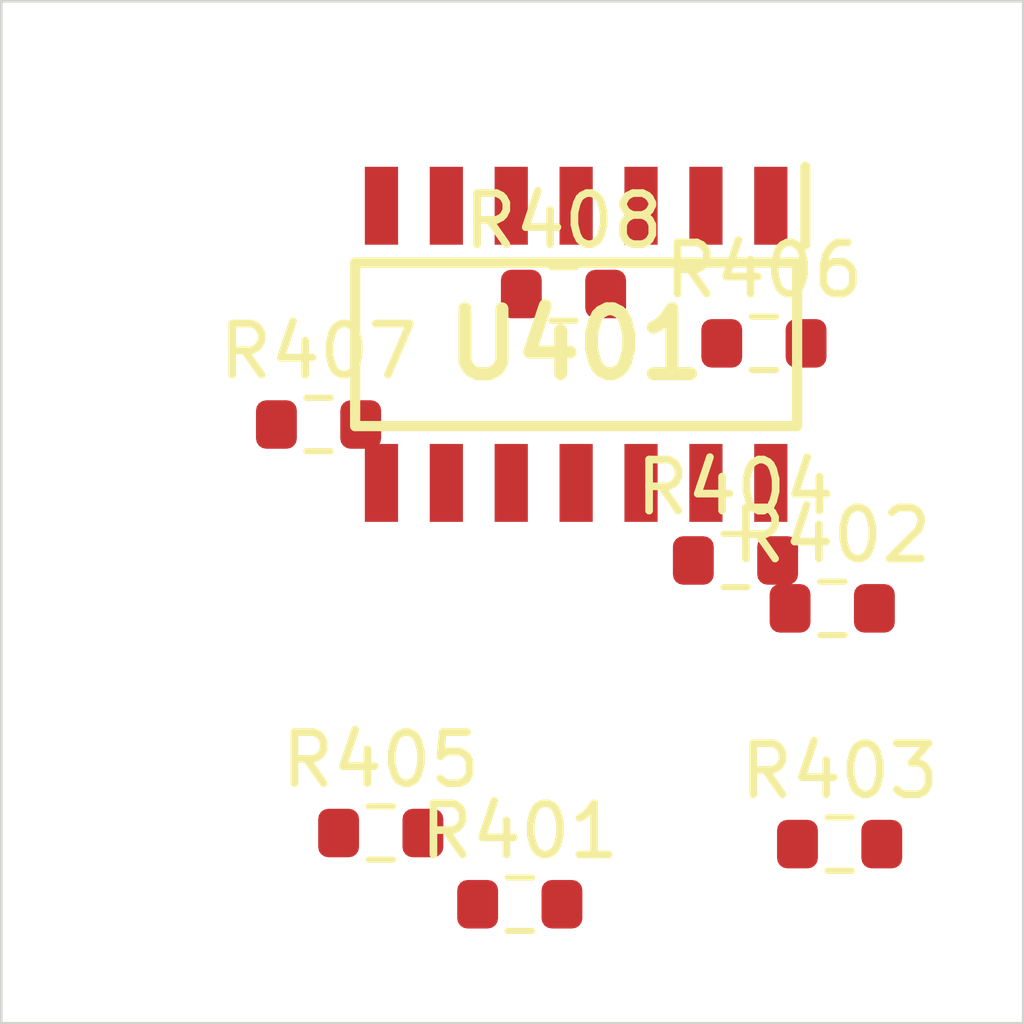
<source format=kicad_pcb>
 ( kicad_pcb  ( version 20171130 )
 ( host pcbnew 5.1.12-84ad8e8a86~92~ubuntu18.04.1 )
 ( general  ( thickness 1.6 )
 ( drawings 4 )
 ( tracks 0 )
 ( zones 0 )
 ( modules 9 )
 ( nets 14 )
)
 ( page A4 )
 ( layers  ( 0 F.Cu signal )
 ( 31 B.Cu signal )
 ( 32 B.Adhes user )
 ( 33 F.Adhes user )
 ( 34 B.Paste user )
 ( 35 F.Paste user )
 ( 36 B.SilkS user )
 ( 37 F.SilkS user )
 ( 38 B.Mask user )
 ( 39 F.Mask user )
 ( 40 Dwgs.User user )
 ( 41 Cmts.User user )
 ( 42 Eco1.User user )
 ( 43 Eco2.User user )
 ( 44 Edge.Cuts user )
 ( 45 Margin user )
 ( 46 B.CrtYd user )
 ( 47 F.CrtYd user )
 ( 48 B.Fab user )
 ( 49 F.Fab user )
)
 ( setup  ( last_trace_width 0.25 )
 ( trace_clearance 0.2 )
 ( zone_clearance 0.508 )
 ( zone_45_only no )
 ( trace_min 0.2 )
 ( via_size 0.8 )
 ( via_drill 0.4 )
 ( via_min_size 0.4 )
 ( via_min_drill 0.3 )
 ( uvia_size 0.3 )
 ( uvia_drill 0.1 )
 ( uvias_allowed no )
 ( uvia_min_size 0.2 )
 ( uvia_min_drill 0.1 )
 ( edge_width 0.05 )
 ( segment_width 0.2 )
 ( pcb_text_width 0.3 )
 ( pcb_text_size 1.5 1.5 )
 ( mod_edge_width 0.12 )
 ( mod_text_size 1 1 )
 ( mod_text_width 0.15 )
 ( pad_size 1.524 1.524 )
 ( pad_drill 0.762 )
 ( pad_to_mask_clearance 0 )
 ( aux_axis_origin 0 0 )
 ( visible_elements FFFFFF7F )
 ( pcbplotparams  ( layerselection 0x010fc_ffffffff )
 ( usegerberextensions false )
 ( usegerberattributes true )
 ( usegerberadvancedattributes true )
 ( creategerberjobfile true )
 ( excludeedgelayer true )
 ( linewidth 0.100000 )
 ( plotframeref false )
 ( viasonmask false )
 ( mode 1 )
 ( useauxorigin false )
 ( hpglpennumber 1 )
 ( hpglpenspeed 20 )
 ( hpglpendiameter 15.000000 )
 ( psnegative false )
 ( psa4output false )
 ( plotreference true )
 ( plotvalue true )
 ( plotinvisibletext false )
 ( padsonsilk false )
 ( subtractmaskfromsilk false )
 ( outputformat 1 )
 ( mirror false )
 ( drillshape 1 )
 ( scaleselection 1 )
 ( outputdirectory "" )
)
)
 ( net 0 "" )
 ( net 1 /Sheet6235D886/vp )
 ( net 2 /Sheet6248AD22/chn0 )
 ( net 3 /Sheet6248AD22/chn1 )
 ( net 4 /Sheet6248AD22/chn2 )
 ( net 5 /Sheet6248AD22/chn3 )
 ( net 6 "Net-(R401-Pad2)" )
 ( net 7 "Net-(R402-Pad2)" )
 ( net 8 "Net-(R403-Pad2)" )
 ( net 9 "Net-(R404-Pad2)" )
 ( net 10 /Sheet6248AD22/chn0_n )
 ( net 11 /Sheet6248AD22/chn1_n )
 ( net 12 /Sheet6248AD22/chn2_n )
 ( net 13 /Sheet6248AD22/chn3_n )
 ( net_class Default "This is the default net class."  ( clearance 0.2 )
 ( trace_width 0.25 )
 ( via_dia 0.8 )
 ( via_drill 0.4 )
 ( uvia_dia 0.3 )
 ( uvia_drill 0.1 )
 ( add_net /Sheet6235D886/vp )
 ( add_net /Sheet6248AD22/chn0 )
 ( add_net /Sheet6248AD22/chn0_n )
 ( add_net /Sheet6248AD22/chn1 )
 ( add_net /Sheet6248AD22/chn1_n )
 ( add_net /Sheet6248AD22/chn2 )
 ( add_net /Sheet6248AD22/chn2_n )
 ( add_net /Sheet6248AD22/chn3 )
 ( add_net /Sheet6248AD22/chn3_n )
 ( add_net "Net-(R401-Pad2)" )
 ( add_net "Net-(R402-Pad2)" )
 ( add_net "Net-(R403-Pad2)" )
 ( add_net "Net-(R404-Pad2)" )
)
 ( module Resistor_SMD:R_0603_1608Metric  ( layer F.Cu )
 ( tedit 5F68FEEE )
 ( tstamp 623425C8 )
 ( at 90.148000 117.672000 )
 ( descr "Resistor SMD 0603 (1608 Metric), square (rectangular) end terminal, IPC_7351 nominal, (Body size source: IPC-SM-782 page 72, https://www.pcb-3d.com/wordpress/wp-content/uploads/ipc-sm-782a_amendment_1_and_2.pdf), generated with kicad-footprint-generator" )
 ( tags resistor )
 ( path /6248AD23/6249ADFD )
 ( attr smd )
 ( fp_text reference R401  ( at 0 -1.43 )
 ( layer F.SilkS )
 ( effects  ( font  ( size 1 1 )
 ( thickness 0.15 )
)
)
)
 ( fp_text value 10M  ( at 0 1.43 )
 ( layer F.Fab )
 ( effects  ( font  ( size 1 1 )
 ( thickness 0.15 )
)
)
)
 ( fp_line  ( start -0.8 0.4125 )
 ( end -0.8 -0.4125 )
 ( layer F.Fab )
 ( width 0.1 )
)
 ( fp_line  ( start -0.8 -0.4125 )
 ( end 0.8 -0.4125 )
 ( layer F.Fab )
 ( width 0.1 )
)
 ( fp_line  ( start 0.8 -0.4125 )
 ( end 0.8 0.4125 )
 ( layer F.Fab )
 ( width 0.1 )
)
 ( fp_line  ( start 0.8 0.4125 )
 ( end -0.8 0.4125 )
 ( layer F.Fab )
 ( width 0.1 )
)
 ( fp_line  ( start -0.237258 -0.5225 )
 ( end 0.237258 -0.5225 )
 ( layer F.SilkS )
 ( width 0.12 )
)
 ( fp_line  ( start -0.237258 0.5225 )
 ( end 0.237258 0.5225 )
 ( layer F.SilkS )
 ( width 0.12 )
)
 ( fp_line  ( start -1.48 0.73 )
 ( end -1.48 -0.73 )
 ( layer F.CrtYd )
 ( width 0.05 )
)
 ( fp_line  ( start -1.48 -0.73 )
 ( end 1.48 -0.73 )
 ( layer F.CrtYd )
 ( width 0.05 )
)
 ( fp_line  ( start 1.48 -0.73 )
 ( end 1.48 0.73 )
 ( layer F.CrtYd )
 ( width 0.05 )
)
 ( fp_line  ( start 1.48 0.73 )
 ( end -1.48 0.73 )
 ( layer F.CrtYd )
 ( width 0.05 )
)
 ( fp_text user %R  ( at 0 0 )
 ( layer F.Fab )
 ( effects  ( font  ( size 0.4 0.4 )
 ( thickness 0.06 )
)
)
)
 ( pad 2 smd roundrect  ( at 0.825 0 )
 ( size 0.8 0.95 )
 ( layers F.Cu F.Mask F.Paste )
 ( roundrect_rratio 0.25 )
 ( net 6 "Net-(R401-Pad2)" )
)
 ( pad 1 smd roundrect  ( at -0.825 0 )
 ( size 0.8 0.95 )
 ( layers F.Cu F.Mask F.Paste )
 ( roundrect_rratio 0.25 )
 ( net 10 /Sheet6248AD22/chn0_n )
)
 ( model ${KISYS3DMOD}/Resistor_SMD.3dshapes/R_0603_1608Metric.wrl  ( at  ( xyz 0 0 0 )
)
 ( scale  ( xyz 1 1 1 )
)
 ( rotate  ( xyz 0 0 0 )
)
)
)
 ( module Resistor_SMD:R_0603_1608Metric  ( layer F.Cu )
 ( tedit 5F68FEEE )
 ( tstamp 623425D9 )
 ( at 96.262600 111.881000 )
 ( descr "Resistor SMD 0603 (1608 Metric), square (rectangular) end terminal, IPC_7351 nominal, (Body size source: IPC-SM-782 page 72, https://www.pcb-3d.com/wordpress/wp-content/uploads/ipc-sm-782a_amendment_1_and_2.pdf), generated with kicad-footprint-generator" )
 ( tags resistor )
 ( path /6248AD23/6249B75E )
 ( attr smd )
 ( fp_text reference R402  ( at 0 -1.43 )
 ( layer F.SilkS )
 ( effects  ( font  ( size 1 1 )
 ( thickness 0.15 )
)
)
)
 ( fp_text value 10M  ( at 0 1.43 )
 ( layer F.Fab )
 ( effects  ( font  ( size 1 1 )
 ( thickness 0.15 )
)
)
)
 ( fp_line  ( start 1.48 0.73 )
 ( end -1.48 0.73 )
 ( layer F.CrtYd )
 ( width 0.05 )
)
 ( fp_line  ( start 1.48 -0.73 )
 ( end 1.48 0.73 )
 ( layer F.CrtYd )
 ( width 0.05 )
)
 ( fp_line  ( start -1.48 -0.73 )
 ( end 1.48 -0.73 )
 ( layer F.CrtYd )
 ( width 0.05 )
)
 ( fp_line  ( start -1.48 0.73 )
 ( end -1.48 -0.73 )
 ( layer F.CrtYd )
 ( width 0.05 )
)
 ( fp_line  ( start -0.237258 0.5225 )
 ( end 0.237258 0.5225 )
 ( layer F.SilkS )
 ( width 0.12 )
)
 ( fp_line  ( start -0.237258 -0.5225 )
 ( end 0.237258 -0.5225 )
 ( layer F.SilkS )
 ( width 0.12 )
)
 ( fp_line  ( start 0.8 0.4125 )
 ( end -0.8 0.4125 )
 ( layer F.Fab )
 ( width 0.1 )
)
 ( fp_line  ( start 0.8 -0.4125 )
 ( end 0.8 0.4125 )
 ( layer F.Fab )
 ( width 0.1 )
)
 ( fp_line  ( start -0.8 -0.4125 )
 ( end 0.8 -0.4125 )
 ( layer F.Fab )
 ( width 0.1 )
)
 ( fp_line  ( start -0.8 0.4125 )
 ( end -0.8 -0.4125 )
 ( layer F.Fab )
 ( width 0.1 )
)
 ( fp_text user %R  ( at 0 0 )
 ( layer F.Fab )
 ( effects  ( font  ( size 0.4 0.4 )
 ( thickness 0.06 )
)
)
)
 ( pad 1 smd roundrect  ( at -0.825 0 )
 ( size 0.8 0.95 )
 ( layers F.Cu F.Mask F.Paste )
 ( roundrect_rratio 0.25 )
 ( net 11 /Sheet6248AD22/chn1_n )
)
 ( pad 2 smd roundrect  ( at 0.825 0 )
 ( size 0.8 0.95 )
 ( layers F.Cu F.Mask F.Paste )
 ( roundrect_rratio 0.25 )
 ( net 7 "Net-(R402-Pad2)" )
)
 ( model ${KISYS3DMOD}/Resistor_SMD.3dshapes/R_0603_1608Metric.wrl  ( at  ( xyz 0 0 0 )
)
 ( scale  ( xyz 1 1 1 )
)
 ( rotate  ( xyz 0 0 0 )
)
)
)
 ( module Resistor_SMD:R_0603_1608Metric  ( layer F.Cu )
 ( tedit 5F68FEEE )
 ( tstamp 623425EA )
 ( at 96.407200 116.495000 )
 ( descr "Resistor SMD 0603 (1608 Metric), square (rectangular) end terminal, IPC_7351 nominal, (Body size source: IPC-SM-782 page 72, https://www.pcb-3d.com/wordpress/wp-content/uploads/ipc-sm-782a_amendment_1_and_2.pdf), generated with kicad-footprint-generator" )
 ( tags resistor )
 ( path /6248AD23/6249FB7A )
 ( attr smd )
 ( fp_text reference R403  ( at 0 -1.43 )
 ( layer F.SilkS )
 ( effects  ( font  ( size 1 1 )
 ( thickness 0.15 )
)
)
)
 ( fp_text value 10M  ( at 0 1.43 )
 ( layer F.Fab )
 ( effects  ( font  ( size 1 1 )
 ( thickness 0.15 )
)
)
)
 ( fp_line  ( start 1.48 0.73 )
 ( end -1.48 0.73 )
 ( layer F.CrtYd )
 ( width 0.05 )
)
 ( fp_line  ( start 1.48 -0.73 )
 ( end 1.48 0.73 )
 ( layer F.CrtYd )
 ( width 0.05 )
)
 ( fp_line  ( start -1.48 -0.73 )
 ( end 1.48 -0.73 )
 ( layer F.CrtYd )
 ( width 0.05 )
)
 ( fp_line  ( start -1.48 0.73 )
 ( end -1.48 -0.73 )
 ( layer F.CrtYd )
 ( width 0.05 )
)
 ( fp_line  ( start -0.237258 0.5225 )
 ( end 0.237258 0.5225 )
 ( layer F.SilkS )
 ( width 0.12 )
)
 ( fp_line  ( start -0.237258 -0.5225 )
 ( end 0.237258 -0.5225 )
 ( layer F.SilkS )
 ( width 0.12 )
)
 ( fp_line  ( start 0.8 0.4125 )
 ( end -0.8 0.4125 )
 ( layer F.Fab )
 ( width 0.1 )
)
 ( fp_line  ( start 0.8 -0.4125 )
 ( end 0.8 0.4125 )
 ( layer F.Fab )
 ( width 0.1 )
)
 ( fp_line  ( start -0.8 -0.4125 )
 ( end 0.8 -0.4125 )
 ( layer F.Fab )
 ( width 0.1 )
)
 ( fp_line  ( start -0.8 0.4125 )
 ( end -0.8 -0.4125 )
 ( layer F.Fab )
 ( width 0.1 )
)
 ( fp_text user %R  ( at 0 0 )
 ( layer F.Fab )
 ( effects  ( font  ( size 0.4 0.4 )
 ( thickness 0.06 )
)
)
)
 ( pad 1 smd roundrect  ( at -0.825 0 )
 ( size 0.8 0.95 )
 ( layers F.Cu F.Mask F.Paste )
 ( roundrect_rratio 0.25 )
 ( net 12 /Sheet6248AD22/chn2_n )
)
 ( pad 2 smd roundrect  ( at 0.825 0 )
 ( size 0.8 0.95 )
 ( layers F.Cu F.Mask F.Paste )
 ( roundrect_rratio 0.25 )
 ( net 8 "Net-(R403-Pad2)" )
)
 ( model ${KISYS3DMOD}/Resistor_SMD.3dshapes/R_0603_1608Metric.wrl  ( at  ( xyz 0 0 0 )
)
 ( scale  ( xyz 1 1 1 )
)
 ( rotate  ( xyz 0 0 0 )
)
)
)
 ( module Resistor_SMD:R_0603_1608Metric  ( layer F.Cu )
 ( tedit 5F68FEEE )
 ( tstamp 623425FB )
 ( at 94.369200 110.944000 )
 ( descr "Resistor SMD 0603 (1608 Metric), square (rectangular) end terminal, IPC_7351 nominal, (Body size source: IPC-SM-782 page 72, https://www.pcb-3d.com/wordpress/wp-content/uploads/ipc-sm-782a_amendment_1_and_2.pdf), generated with kicad-footprint-generator" )
 ( tags resistor )
 ( path /6248AD23/6249FB74 )
 ( attr smd )
 ( fp_text reference R404  ( at 0 -1.43 )
 ( layer F.SilkS )
 ( effects  ( font  ( size 1 1 )
 ( thickness 0.15 )
)
)
)
 ( fp_text value 10M  ( at 0 1.43 )
 ( layer F.Fab )
 ( effects  ( font  ( size 1 1 )
 ( thickness 0.15 )
)
)
)
 ( fp_line  ( start -0.8 0.4125 )
 ( end -0.8 -0.4125 )
 ( layer F.Fab )
 ( width 0.1 )
)
 ( fp_line  ( start -0.8 -0.4125 )
 ( end 0.8 -0.4125 )
 ( layer F.Fab )
 ( width 0.1 )
)
 ( fp_line  ( start 0.8 -0.4125 )
 ( end 0.8 0.4125 )
 ( layer F.Fab )
 ( width 0.1 )
)
 ( fp_line  ( start 0.8 0.4125 )
 ( end -0.8 0.4125 )
 ( layer F.Fab )
 ( width 0.1 )
)
 ( fp_line  ( start -0.237258 -0.5225 )
 ( end 0.237258 -0.5225 )
 ( layer F.SilkS )
 ( width 0.12 )
)
 ( fp_line  ( start -0.237258 0.5225 )
 ( end 0.237258 0.5225 )
 ( layer F.SilkS )
 ( width 0.12 )
)
 ( fp_line  ( start -1.48 0.73 )
 ( end -1.48 -0.73 )
 ( layer F.CrtYd )
 ( width 0.05 )
)
 ( fp_line  ( start -1.48 -0.73 )
 ( end 1.48 -0.73 )
 ( layer F.CrtYd )
 ( width 0.05 )
)
 ( fp_line  ( start 1.48 -0.73 )
 ( end 1.48 0.73 )
 ( layer F.CrtYd )
 ( width 0.05 )
)
 ( fp_line  ( start 1.48 0.73 )
 ( end -1.48 0.73 )
 ( layer F.CrtYd )
 ( width 0.05 )
)
 ( fp_text user %R  ( at 0 0 )
 ( layer F.Fab )
 ( effects  ( font  ( size 0.4 0.4 )
 ( thickness 0.06 )
)
)
)
 ( pad 2 smd roundrect  ( at 0.825 0 )
 ( size 0.8 0.95 )
 ( layers F.Cu F.Mask F.Paste )
 ( roundrect_rratio 0.25 )
 ( net 9 "Net-(R404-Pad2)" )
)
 ( pad 1 smd roundrect  ( at -0.825 0 )
 ( size 0.8 0.95 )
 ( layers F.Cu F.Mask F.Paste )
 ( roundrect_rratio 0.25 )
 ( net 13 /Sheet6248AD22/chn3_n )
)
 ( model ${KISYS3DMOD}/Resistor_SMD.3dshapes/R_0603_1608Metric.wrl  ( at  ( xyz 0 0 0 )
)
 ( scale  ( xyz 1 1 1 )
)
 ( rotate  ( xyz 0 0 0 )
)
)
)
 ( module Resistor_SMD:R_0603_1608Metric  ( layer F.Cu )
 ( tedit 5F68FEEE )
 ( tstamp 6234260C )
 ( at 87.426900 116.278000 )
 ( descr "Resistor SMD 0603 (1608 Metric), square (rectangular) end terminal, IPC_7351 nominal, (Body size source: IPC-SM-782 page 72, https://www.pcb-3d.com/wordpress/wp-content/uploads/ipc-sm-782a_amendment_1_and_2.pdf), generated with kicad-footprint-generator" )
 ( tags resistor )
 ( path /6248AD23/62497F62 )
 ( attr smd )
 ( fp_text reference R405  ( at 0 -1.43 )
 ( layer F.SilkS )
 ( effects  ( font  ( size 1 1 )
 ( thickness 0.15 )
)
)
)
 ( fp_text value 750k  ( at 0 1.43 )
 ( layer F.Fab )
 ( effects  ( font  ( size 1 1 )
 ( thickness 0.15 )
)
)
)
 ( fp_line  ( start -0.8 0.4125 )
 ( end -0.8 -0.4125 )
 ( layer F.Fab )
 ( width 0.1 )
)
 ( fp_line  ( start -0.8 -0.4125 )
 ( end 0.8 -0.4125 )
 ( layer F.Fab )
 ( width 0.1 )
)
 ( fp_line  ( start 0.8 -0.4125 )
 ( end 0.8 0.4125 )
 ( layer F.Fab )
 ( width 0.1 )
)
 ( fp_line  ( start 0.8 0.4125 )
 ( end -0.8 0.4125 )
 ( layer F.Fab )
 ( width 0.1 )
)
 ( fp_line  ( start -0.237258 -0.5225 )
 ( end 0.237258 -0.5225 )
 ( layer F.SilkS )
 ( width 0.12 )
)
 ( fp_line  ( start -0.237258 0.5225 )
 ( end 0.237258 0.5225 )
 ( layer F.SilkS )
 ( width 0.12 )
)
 ( fp_line  ( start -1.48 0.73 )
 ( end -1.48 -0.73 )
 ( layer F.CrtYd )
 ( width 0.05 )
)
 ( fp_line  ( start -1.48 -0.73 )
 ( end 1.48 -0.73 )
 ( layer F.CrtYd )
 ( width 0.05 )
)
 ( fp_line  ( start 1.48 -0.73 )
 ( end 1.48 0.73 )
 ( layer F.CrtYd )
 ( width 0.05 )
)
 ( fp_line  ( start 1.48 0.73 )
 ( end -1.48 0.73 )
 ( layer F.CrtYd )
 ( width 0.05 )
)
 ( fp_text user %R  ( at 0 0 )
 ( layer F.Fab )
 ( effects  ( font  ( size 0.4 0.4 )
 ( thickness 0.06 )
)
)
)
 ( pad 2 smd roundrect  ( at 0.825 0 )
 ( size 0.8 0.95 )
 ( layers F.Cu F.Mask F.Paste )
 ( roundrect_rratio 0.25 )
 ( net 6 "Net-(R401-Pad2)" )
)
 ( pad 1 smd roundrect  ( at -0.825 0 )
 ( size 0.8 0.95 )
 ( layers F.Cu F.Mask F.Paste )
 ( roundrect_rratio 0.25 )
 ( net 1 /Sheet6235D886/vp )
)
 ( model ${KISYS3DMOD}/Resistor_SMD.3dshapes/R_0603_1608Metric.wrl  ( at  ( xyz 0 0 0 )
)
 ( scale  ( xyz 1 1 1 )
)
 ( rotate  ( xyz 0 0 0 )
)
)
)
 ( module Resistor_SMD:R_0603_1608Metric  ( layer F.Cu )
 ( tedit 5F68FEEE )
 ( tstamp 6234261D )
 ( at 94.925500 106.695000 )
 ( descr "Resistor SMD 0603 (1608 Metric), square (rectangular) end terminal, IPC_7351 nominal, (Body size source: IPC-SM-782 page 72, https://www.pcb-3d.com/wordpress/wp-content/uploads/ipc-sm-782a_amendment_1_and_2.pdf), generated with kicad-footprint-generator" )
 ( tags resistor )
 ( path /6248AD23/62499098 )
 ( attr smd )
 ( fp_text reference R406  ( at 0 -1.43 )
 ( layer F.SilkS )
 ( effects  ( font  ( size 1 1 )
 ( thickness 0.15 )
)
)
)
 ( fp_text value 750k  ( at 0 1.43 )
 ( layer F.Fab )
 ( effects  ( font  ( size 1 1 )
 ( thickness 0.15 )
)
)
)
 ( fp_line  ( start 1.48 0.73 )
 ( end -1.48 0.73 )
 ( layer F.CrtYd )
 ( width 0.05 )
)
 ( fp_line  ( start 1.48 -0.73 )
 ( end 1.48 0.73 )
 ( layer F.CrtYd )
 ( width 0.05 )
)
 ( fp_line  ( start -1.48 -0.73 )
 ( end 1.48 -0.73 )
 ( layer F.CrtYd )
 ( width 0.05 )
)
 ( fp_line  ( start -1.48 0.73 )
 ( end -1.48 -0.73 )
 ( layer F.CrtYd )
 ( width 0.05 )
)
 ( fp_line  ( start -0.237258 0.5225 )
 ( end 0.237258 0.5225 )
 ( layer F.SilkS )
 ( width 0.12 )
)
 ( fp_line  ( start -0.237258 -0.5225 )
 ( end 0.237258 -0.5225 )
 ( layer F.SilkS )
 ( width 0.12 )
)
 ( fp_line  ( start 0.8 0.4125 )
 ( end -0.8 0.4125 )
 ( layer F.Fab )
 ( width 0.1 )
)
 ( fp_line  ( start 0.8 -0.4125 )
 ( end 0.8 0.4125 )
 ( layer F.Fab )
 ( width 0.1 )
)
 ( fp_line  ( start -0.8 -0.4125 )
 ( end 0.8 -0.4125 )
 ( layer F.Fab )
 ( width 0.1 )
)
 ( fp_line  ( start -0.8 0.4125 )
 ( end -0.8 -0.4125 )
 ( layer F.Fab )
 ( width 0.1 )
)
 ( fp_text user %R  ( at 0 0 )
 ( layer F.Fab )
 ( effects  ( font  ( size 0.4 0.4 )
 ( thickness 0.06 )
)
)
)
 ( pad 1 smd roundrect  ( at -0.825 0 )
 ( size 0.8 0.95 )
 ( layers F.Cu F.Mask F.Paste )
 ( roundrect_rratio 0.25 )
 ( net 1 /Sheet6235D886/vp )
)
 ( pad 2 smd roundrect  ( at 0.825 0 )
 ( size 0.8 0.95 )
 ( layers F.Cu F.Mask F.Paste )
 ( roundrect_rratio 0.25 )
 ( net 7 "Net-(R402-Pad2)" )
)
 ( model ${KISYS3DMOD}/Resistor_SMD.3dshapes/R_0603_1608Metric.wrl  ( at  ( xyz 0 0 0 )
)
 ( scale  ( xyz 1 1 1 )
)
 ( rotate  ( xyz 0 0 0 )
)
)
)
 ( module Resistor_SMD:R_0603_1608Metric  ( layer F.Cu )
 ( tedit 5F68FEEE )
 ( tstamp 6234262E )
 ( at 86.209700 108.283000 )
 ( descr "Resistor SMD 0603 (1608 Metric), square (rectangular) end terminal, IPC_7351 nominal, (Body size source: IPC-SM-782 page 72, https://www.pcb-3d.com/wordpress/wp-content/uploads/ipc-sm-782a_amendment_1_and_2.pdf), generated with kicad-footprint-generator" )
 ( tags resistor )
 ( path /6248AD23/624A0FFB )
 ( attr smd )
 ( fp_text reference R407  ( at 0 -1.43 )
 ( layer F.SilkS )
 ( effects  ( font  ( size 1 1 )
 ( thickness 0.15 )
)
)
)
 ( fp_text value 1.5M  ( at 0 1.43 )
 ( layer F.Fab )
 ( effects  ( font  ( size 1 1 )
 ( thickness 0.15 )
)
)
)
 ( fp_line  ( start 1.48 0.73 )
 ( end -1.48 0.73 )
 ( layer F.CrtYd )
 ( width 0.05 )
)
 ( fp_line  ( start 1.48 -0.73 )
 ( end 1.48 0.73 )
 ( layer F.CrtYd )
 ( width 0.05 )
)
 ( fp_line  ( start -1.48 -0.73 )
 ( end 1.48 -0.73 )
 ( layer F.CrtYd )
 ( width 0.05 )
)
 ( fp_line  ( start -1.48 0.73 )
 ( end -1.48 -0.73 )
 ( layer F.CrtYd )
 ( width 0.05 )
)
 ( fp_line  ( start -0.237258 0.5225 )
 ( end 0.237258 0.5225 )
 ( layer F.SilkS )
 ( width 0.12 )
)
 ( fp_line  ( start -0.237258 -0.5225 )
 ( end 0.237258 -0.5225 )
 ( layer F.SilkS )
 ( width 0.12 )
)
 ( fp_line  ( start 0.8 0.4125 )
 ( end -0.8 0.4125 )
 ( layer F.Fab )
 ( width 0.1 )
)
 ( fp_line  ( start 0.8 -0.4125 )
 ( end 0.8 0.4125 )
 ( layer F.Fab )
 ( width 0.1 )
)
 ( fp_line  ( start -0.8 -0.4125 )
 ( end 0.8 -0.4125 )
 ( layer F.Fab )
 ( width 0.1 )
)
 ( fp_line  ( start -0.8 0.4125 )
 ( end -0.8 -0.4125 )
 ( layer F.Fab )
 ( width 0.1 )
)
 ( fp_text user %R  ( at 0 0 )
 ( layer F.Fab )
 ( effects  ( font  ( size 0.4 0.4 )
 ( thickness 0.06 )
)
)
)
 ( pad 1 smd roundrect  ( at -0.825 0 )
 ( size 0.8 0.95 )
 ( layers F.Cu F.Mask F.Paste )
 ( roundrect_rratio 0.25 )
 ( net 1 /Sheet6235D886/vp )
)
 ( pad 2 smd roundrect  ( at 0.825 0 )
 ( size 0.8 0.95 )
 ( layers F.Cu F.Mask F.Paste )
 ( roundrect_rratio 0.25 )
 ( net 8 "Net-(R403-Pad2)" )
)
 ( model ${KISYS3DMOD}/Resistor_SMD.3dshapes/R_0603_1608Metric.wrl  ( at  ( xyz 0 0 0 )
)
 ( scale  ( xyz 1 1 1 )
)
 ( rotate  ( xyz 0 0 0 )
)
)
)
 ( module Resistor_SMD:R_0603_1608Metric  ( layer F.Cu )
 ( tedit 5F68FEEE )
 ( tstamp 6234263F )
 ( at 91.002900 105.729000 )
 ( descr "Resistor SMD 0603 (1608 Metric), square (rectangular) end terminal, IPC_7351 nominal, (Body size source: IPC-SM-782 page 72, https://www.pcb-3d.com/wordpress/wp-content/uploads/ipc-sm-782a_amendment_1_and_2.pdf), generated with kicad-footprint-generator" )
 ( tags resistor )
 ( path /6248AD23/624A093C )
 ( attr smd )
 ( fp_text reference R408  ( at 0 -1.43 )
 ( layer F.SilkS )
 ( effects  ( font  ( size 1 1 )
 ( thickness 0.15 )
)
)
)
 ( fp_text value 1.5M  ( at 0 1.43 )
 ( layer F.Fab )
 ( effects  ( font  ( size 1 1 )
 ( thickness 0.15 )
)
)
)
 ( fp_line  ( start -0.8 0.4125 )
 ( end -0.8 -0.4125 )
 ( layer F.Fab )
 ( width 0.1 )
)
 ( fp_line  ( start -0.8 -0.4125 )
 ( end 0.8 -0.4125 )
 ( layer F.Fab )
 ( width 0.1 )
)
 ( fp_line  ( start 0.8 -0.4125 )
 ( end 0.8 0.4125 )
 ( layer F.Fab )
 ( width 0.1 )
)
 ( fp_line  ( start 0.8 0.4125 )
 ( end -0.8 0.4125 )
 ( layer F.Fab )
 ( width 0.1 )
)
 ( fp_line  ( start -0.237258 -0.5225 )
 ( end 0.237258 -0.5225 )
 ( layer F.SilkS )
 ( width 0.12 )
)
 ( fp_line  ( start -0.237258 0.5225 )
 ( end 0.237258 0.5225 )
 ( layer F.SilkS )
 ( width 0.12 )
)
 ( fp_line  ( start -1.48 0.73 )
 ( end -1.48 -0.73 )
 ( layer F.CrtYd )
 ( width 0.05 )
)
 ( fp_line  ( start -1.48 -0.73 )
 ( end 1.48 -0.73 )
 ( layer F.CrtYd )
 ( width 0.05 )
)
 ( fp_line  ( start 1.48 -0.73 )
 ( end 1.48 0.73 )
 ( layer F.CrtYd )
 ( width 0.05 )
)
 ( fp_line  ( start 1.48 0.73 )
 ( end -1.48 0.73 )
 ( layer F.CrtYd )
 ( width 0.05 )
)
 ( fp_text user %R  ( at 0 0 )
 ( layer F.Fab )
 ( effects  ( font  ( size 0.4 0.4 )
 ( thickness 0.06 )
)
)
)
 ( pad 2 smd roundrect  ( at 0.825 0 )
 ( size 0.8 0.95 )
 ( layers F.Cu F.Mask F.Paste )
 ( roundrect_rratio 0.25 )
 ( net 9 "Net-(R404-Pad2)" )
)
 ( pad 1 smd roundrect  ( at -0.825 0 )
 ( size 0.8 0.95 )
 ( layers F.Cu F.Mask F.Paste )
 ( roundrect_rratio 0.25 )
 ( net 1 /Sheet6235D886/vp )
)
 ( model ${KISYS3DMOD}/Resistor_SMD.3dshapes/R_0603_1608Metric.wrl  ( at  ( xyz 0 0 0 )
)
 ( scale  ( xyz 1 1 1 )
)
 ( rotate  ( xyz 0 0 0 )
)
)
)
 ( module TL074HIDR:SOIC127P600X175-14N locked  ( layer F.Cu )
 ( tedit 62336F37 )
 ( tstamp 62342709 )
 ( at 91.250400 106.714000 270.000000 )
 ( descr "D (-R-PDSO-G14)" )
 ( tags "Integrated Circuit" )
 ( path /6248AD23/624976B2 )
 ( attr smd )
 ( fp_text reference U401  ( at 0 0 )
 ( layer F.SilkS )
 ( effects  ( font  ( size 1.27 1.27 )
 ( thickness 0.254 )
)
)
)
 ( fp_text value TL074  ( at 0 0 )
 ( layer F.SilkS )
hide  ( effects  ( font  ( size 1.27 1.27 )
 ( thickness 0.254 )
)
)
)
 ( fp_line  ( start -3.725 -4.625 )
 ( end 3.725 -4.625 )
 ( layer Dwgs.User )
 ( width 0.05 )
)
 ( fp_line  ( start 3.725 -4.625 )
 ( end 3.725 4.625 )
 ( layer Dwgs.User )
 ( width 0.05 )
)
 ( fp_line  ( start 3.725 4.625 )
 ( end -3.725 4.625 )
 ( layer Dwgs.User )
 ( width 0.05 )
)
 ( fp_line  ( start -3.725 4.625 )
 ( end -3.725 -4.625 )
 ( layer Dwgs.User )
 ( width 0.05 )
)
 ( fp_line  ( start -1.95 -4.325 )
 ( end 1.95 -4.325 )
 ( layer Dwgs.User )
 ( width 0.1 )
)
 ( fp_line  ( start 1.95 -4.325 )
 ( end 1.95 4.325 )
 ( layer Dwgs.User )
 ( width 0.1 )
)
 ( fp_line  ( start 1.95 4.325 )
 ( end -1.95 4.325 )
 ( layer Dwgs.User )
 ( width 0.1 )
)
 ( fp_line  ( start -1.95 4.325 )
 ( end -1.95 -4.325 )
 ( layer Dwgs.User )
 ( width 0.1 )
)
 ( fp_line  ( start -1.95 -3.055 )
 ( end -0.68 -4.325 )
 ( layer Dwgs.User )
 ( width 0.1 )
)
 ( fp_line  ( start -1.6 -4.325 )
 ( end 1.6 -4.325 )
 ( layer F.SilkS )
 ( width 0.2 )
)
 ( fp_line  ( start 1.6 -4.325 )
 ( end 1.6 4.325 )
 ( layer F.SilkS )
 ( width 0.2 )
)
 ( fp_line  ( start 1.6 4.325 )
 ( end -1.6 4.325 )
 ( layer F.SilkS )
 ( width 0.2 )
)
 ( fp_line  ( start -1.6 4.325 )
 ( end -1.6 -4.325 )
 ( layer F.SilkS )
 ( width 0.2 )
)
 ( fp_line  ( start -3.475 -4.485 )
 ( end -1.95 -4.485 )
 ( layer F.SilkS )
 ( width 0.2 )
)
 ( pad 1 smd rect  ( at -2.712 -3.81 )
 ( size 0.65 1.525 )
 ( layers F.Cu F.Mask F.Paste )
 ( net 2 /Sheet6248AD22/chn0 )
)
 ( pad 2 smd rect  ( at -2.712 -2.54 )
 ( size 0.65 1.525 )
 ( layers F.Cu F.Mask F.Paste )
 ( net 2 /Sheet6248AD22/chn0 )
)
 ( pad 3 smd rect  ( at -2.712 -1.27 )
 ( size 0.65 1.525 )
 ( layers F.Cu F.Mask F.Paste )
 ( net 6 "Net-(R401-Pad2)" )
)
 ( pad 4 smd rect  ( at -2.712 0 )
 ( size 0.65 1.525 )
 ( layers F.Cu F.Mask F.Paste )
)
 ( pad 5 smd rect  ( at -2.712 1.27 )
 ( size 0.65 1.525 )
 ( layers F.Cu F.Mask F.Paste )
 ( net 7 "Net-(R402-Pad2)" )
)
 ( pad 6 smd rect  ( at -2.712 2.54 )
 ( size 0.65 1.525 )
 ( layers F.Cu F.Mask F.Paste )
 ( net 3 /Sheet6248AD22/chn1 )
)
 ( pad 7 smd rect  ( at -2.712 3.81 )
 ( size 0.65 1.525 )
 ( layers F.Cu F.Mask F.Paste )
 ( net 3 /Sheet6248AD22/chn1 )
)
 ( pad 8 smd rect  ( at 2.712 3.81 )
 ( size 0.65 1.525 )
 ( layers F.Cu F.Mask F.Paste )
 ( net 4 /Sheet6248AD22/chn2 )
)
 ( pad 9 smd rect  ( at 2.712 2.54 )
 ( size 0.65 1.525 )
 ( layers F.Cu F.Mask F.Paste )
 ( net 4 /Sheet6248AD22/chn2 )
)
 ( pad 10 smd rect  ( at 2.712 1.27 )
 ( size 0.65 1.525 )
 ( layers F.Cu F.Mask F.Paste )
 ( net 8 "Net-(R403-Pad2)" )
)
 ( pad 11 smd rect  ( at 2.712 0 )
 ( size 0.65 1.525 )
 ( layers F.Cu F.Mask F.Paste )
)
 ( pad 12 smd rect  ( at 2.712 -1.27 )
 ( size 0.65 1.525 )
 ( layers F.Cu F.Mask F.Paste )
 ( net 9 "Net-(R404-Pad2)" )
)
 ( pad 13 smd rect  ( at 2.712 -2.54 )
 ( size 0.65 1.525 )
 ( layers F.Cu F.Mask F.Paste )
 ( net 5 /Sheet6248AD22/chn3 )
)
 ( pad 14 smd rect  ( at 2.712 -3.81 )
 ( size 0.65 1.525 )
 ( layers F.Cu F.Mask F.Paste )
 ( net 5 /Sheet6248AD22/chn3 )
)
)
 ( gr_line  ( start 100 100 )
 ( end 100 120 )
 ( layer Edge.Cuts )
 ( width 0.05 )
 ( tstamp 62E76D2A )
)
 ( gr_line  ( start 80 120 )
 ( end 100 120 )
 ( layer Edge.Cuts )
 ( width 0.05 )
 ( tstamp 62E76D27 )
)
 ( gr_line  ( start 80 100 )
 ( end 80 120 )
 ( layer Edge.Cuts )
 ( width 0.05 )
 ( tstamp 6234110C )
)
 ( gr_line  ( start 80 100 )
 ( end 100 100 )
 ( layer Edge.Cuts )
 ( width 0.05 )
)
)

</source>
